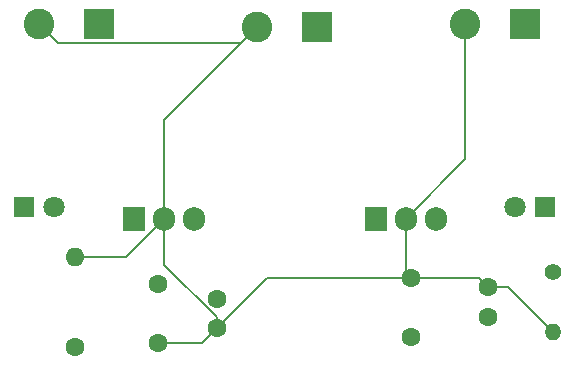
<source format=gbr>
%TF.GenerationSoftware,KiCad,Pcbnew,8.0.6*%
%TF.CreationDate,2024-11-04T14:24:17-05:00*%
%TF.ProjectId,Voltage regulator 5 and 9V,566f6c74-6167-4652-9072-6567756c6174,rev?*%
%TF.SameCoordinates,Original*%
%TF.FileFunction,Copper,L2,Bot*%
%TF.FilePolarity,Positive*%
%FSLAX46Y46*%
G04 Gerber Fmt 4.6, Leading zero omitted, Abs format (unit mm)*
G04 Created by KiCad (PCBNEW 8.0.6) date 2024-11-04 14:24:17*
%MOMM*%
%LPD*%
G01*
G04 APERTURE LIST*
%TA.AperFunction,ComponentPad*%
%ADD10R,1.905000X2.000000*%
%TD*%
%TA.AperFunction,ComponentPad*%
%ADD11O,1.905000X2.000000*%
%TD*%
%TA.AperFunction,ComponentPad*%
%ADD12O,1.600000X1.600000*%
%TD*%
%TA.AperFunction,ComponentPad*%
%ADD13C,1.600000*%
%TD*%
%TA.AperFunction,ComponentPad*%
%ADD14C,1.400000*%
%TD*%
%TA.AperFunction,ComponentPad*%
%ADD15O,1.400000X1.400000*%
%TD*%
%TA.AperFunction,ComponentPad*%
%ADD16R,2.600000X2.600000*%
%TD*%
%TA.AperFunction,ComponentPad*%
%ADD17C,2.600000*%
%TD*%
%TA.AperFunction,ComponentPad*%
%ADD18R,1.800000X1.800000*%
%TD*%
%TA.AperFunction,ComponentPad*%
%ADD19C,1.800000*%
%TD*%
%TA.AperFunction,Conductor*%
%ADD20C,0.200000*%
%TD*%
G04 APERTURE END LIST*
D10*
%TO.P,U2,1,IN*%
%TO.N,+12V*%
X146960000Y-74445000D03*
D11*
%TO.P,U2,2,GND*%
%TO.N,GND*%
X149500000Y-74445000D03*
%TO.P,U2,3,OUT*%
%TO.N,/5V Out*%
X152040000Y-74445000D03*
%TD*%
D10*
%TO.P,U1,1,IN*%
%TO.N,+12V*%
X126500000Y-74445000D03*
D11*
%TO.P,U1,2,GND*%
%TO.N,GND*%
X129040000Y-74445000D03*
%TO.P,U1,3,OUT*%
%TO.N,/9V Out*%
X131580000Y-74445000D03*
%TD*%
D12*
%TO.P,R2,2*%
%TO.N,GND*%
X121500000Y-77690000D03*
D13*
%TO.P,R2,1*%
%TO.N,Net-(D1-K)*%
X121500000Y-85310000D03*
%TD*%
D14*
%TO.P,R1,1*%
%TO.N,Net-(D2-K)*%
X162000000Y-79000000D03*
D15*
%TO.P,R1,2*%
%TO.N,GND*%
X162000000Y-84080000D03*
%TD*%
D16*
%TO.P,J3,1,Pin_1*%
%TO.N,+12V*%
X123580000Y-58000000D03*
D17*
%TO.P,J3,2,Pin_2*%
%TO.N,GND*%
X118500000Y-58000000D03*
%TD*%
D16*
%TO.P,J2,1,Pin_1*%
%TO.N,/9V Out*%
X142045000Y-58195000D03*
D17*
%TO.P,J2,2,Pin_2*%
%TO.N,GND*%
X136965000Y-58195000D03*
%TD*%
D16*
%TO.P,J1,1,Pin_1*%
%TO.N,/5V Out*%
X159580000Y-58000000D03*
D17*
%TO.P,J1,2,Pin_2*%
%TO.N,GND*%
X154500000Y-58000000D03*
%TD*%
D18*
%TO.P,D2,1,K*%
%TO.N,Net-(D2-K)*%
X161275000Y-73500000D03*
D19*
%TO.P,D2,2,A*%
%TO.N,/5V Out*%
X158735000Y-73500000D03*
%TD*%
D18*
%TO.P,D1,1,K*%
%TO.N,Net-(D1-K)*%
X117225000Y-73500000D03*
D19*
%TO.P,D1,2,A*%
%TO.N,/9V Out*%
X119765000Y-73500000D03*
%TD*%
D13*
%TO.P,C4,2*%
%TO.N,GND*%
X156500000Y-80250000D03*
%TO.P,C4,1*%
%TO.N,/5V Out*%
X156500000Y-82750000D03*
%TD*%
%TO.P,C3,2*%
%TO.N,GND*%
X133500000Y-83750000D03*
%TO.P,C3,1*%
%TO.N,/9V Out*%
X133500000Y-81250000D03*
%TD*%
%TO.P,C2,1*%
%TO.N,+12V*%
X128500000Y-80000000D03*
%TO.P,C2,2*%
%TO.N,GND*%
X128500000Y-85000000D03*
%TD*%
%TO.P,C1,1*%
%TO.N,+12V*%
X150000000Y-84500000D03*
%TO.P,C1,2*%
%TO.N,GND*%
X150000000Y-79500000D03*
%TD*%
D20*
%TO.N,GND*%
X129040000Y-66120000D02*
X129040000Y-74445000D01*
X136965000Y-58195000D02*
X129040000Y-66120000D01*
X135560000Y-59600000D02*
X120100000Y-59600000D01*
X120100000Y-59600000D02*
X118500000Y-58000000D01*
X136965000Y-58195000D02*
X135560000Y-59600000D01*
X129040000Y-74492500D02*
X125842500Y-77690000D01*
X129040000Y-74445000D02*
X129040000Y-74492500D01*
X125842500Y-77690000D02*
X121500000Y-77690000D01*
X129040000Y-78345635D02*
X129040000Y-74445000D01*
X133500000Y-82805635D02*
X129040000Y-78345635D01*
X133500000Y-83750000D02*
X133500000Y-82805635D01*
X132250000Y-85000000D02*
X128500000Y-85000000D01*
X134125000Y-83125000D02*
X133500000Y-83750000D01*
X137750000Y-79500000D02*
X134125000Y-83125000D01*
X134125000Y-83125000D02*
X132250000Y-85000000D01*
X150000000Y-79500000D02*
X137750000Y-79500000D01*
X156500000Y-80250000D02*
X158170000Y-80250000D01*
X158170000Y-80250000D02*
X162000000Y-84080000D01*
X150000000Y-79500000D02*
X155750000Y-79500000D01*
X155750000Y-79500000D02*
X156500000Y-80250000D01*
X149500000Y-74445000D02*
X149500000Y-79000000D01*
X149500000Y-79000000D02*
X150000000Y-79500000D01*
X154500000Y-69445000D02*
X149500000Y-74445000D01*
X154500000Y-58000000D02*
X154500000Y-69445000D01*
%TD*%
M02*

</source>
